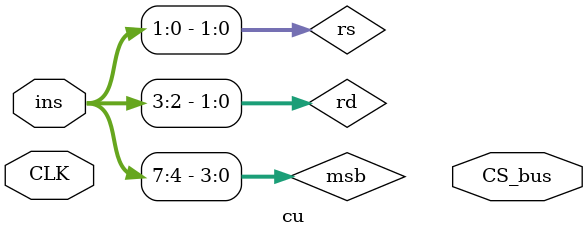
<source format=v>
module cu #(parameter SZ = 23)(
  input CLK,
  input [7:0] ins,
  output [SZ-1:0] CS_bus
);
  wire [3:0] msb;
  wire [1:0] rd, rs;

  parameter add = 0, comp = 1, sub = 2, xorr = 3, andd = 4, orr = 5, 
    pc_out = 6, increment = 7, WMFC = 8, rnw = 9,
    A_in = 10, B_in = 11, C_in = 12, D_in = 13, 
    A_out = 14, B_out = 15, C_out = 16, D_out = 17, MAR_in = 18, MBR_out = 19, IR_in = 20, select_decoder = 21, endd = SZ-1;
  
  always @(posedge CLK)
    begin
      if (CS_bus[WMFC] == 0)
        begin
          if (CS_bus[endd])
            ;
        end
    end

  assign msb = ins[7:4];
  assign rd = ins[3:2];
  assign rs = ins[1:0];

endmodule
</source>
